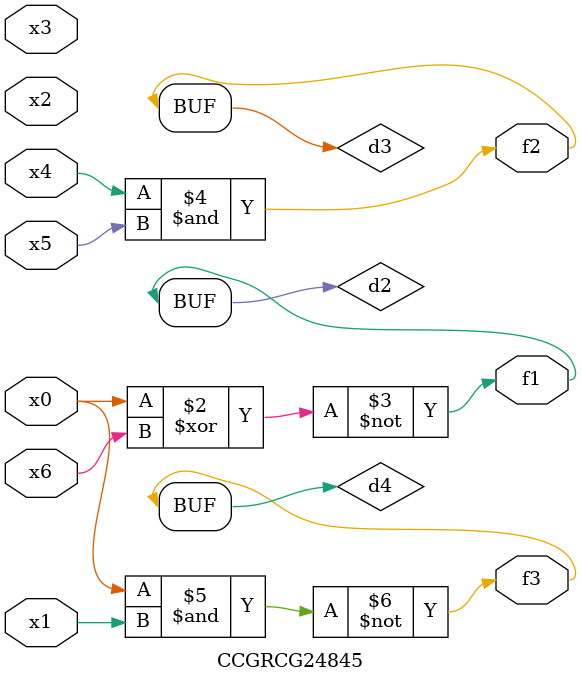
<source format=v>
module CCGRCG24845(
	input x0, x1, x2, x3, x4, x5, x6,
	output f1, f2, f3
);

	wire d1, d2, d3, d4;

	nor (d1, x0);
	xnor (d2, x0, x6);
	and (d3, x4, x5);
	nand (d4, x0, x1);
	assign f1 = d2;
	assign f2 = d3;
	assign f3 = d4;
endmodule

</source>
